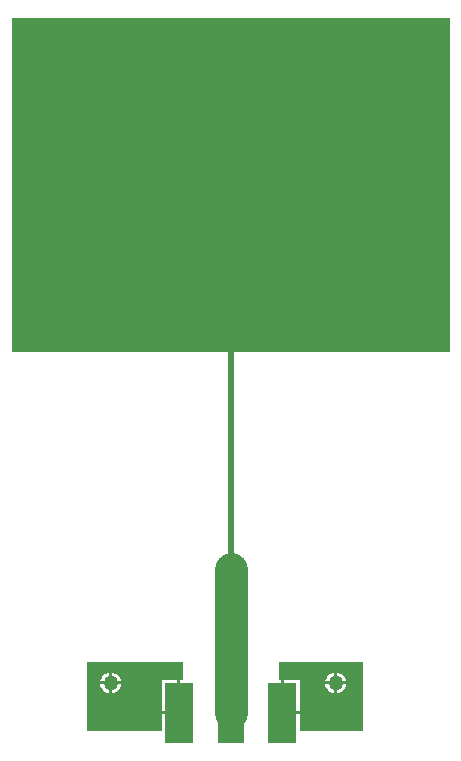
<source format=gtl>
G04*
G04 #@! TF.GenerationSoftware,Altium Limited,Altium Designer,18.1.9 (240)*
G04*
G04 Layer_Physical_Order=1*
G04 Layer_Color=255*
%FSLAX25Y25*%
%MOIN*%
G70*
G01*
G75*
%ADD12R,0.09500X0.20000*%
%ADD13R,0.09000X0.20000*%
%ADD14R,0.02362X0.67913*%
%ADD21C,0.11024*%
%ADD22R,1.46457X1.11220*%
%ADD23C,0.05000*%
G36*
X142000Y23992D02*
X141250D01*
Y12992D01*
X140750D01*
Y12492D01*
X135000D01*
Y7000D01*
X110000D01*
Y30000D01*
X142000D01*
Y23992D01*
D02*
G37*
G36*
X202000Y7000D02*
X181000D01*
Y12492D01*
X175250D01*
Y12992D01*
X174750D01*
Y23992D01*
X174000D01*
Y30000D01*
X202000D01*
Y7000D01*
D02*
G37*
G36*
X156500Y185750D02*
D01*
D02*
G37*
%LPC*%
G36*
X118500Y26464D02*
Y23500D01*
X121464D01*
X121410Y23914D01*
X121057Y24765D01*
X120496Y25496D01*
X119765Y26057D01*
X118914Y26410D01*
X118500Y26464D01*
D02*
G37*
G36*
X117500D02*
X117086Y26410D01*
X116235Y26057D01*
X115504Y25496D01*
X114943Y24765D01*
X114590Y23914D01*
X114536Y23500D01*
X117500D01*
Y26464D01*
D02*
G37*
G36*
X121464Y22500D02*
X118500D01*
Y19536D01*
X118914Y19590D01*
X119765Y19943D01*
X120496Y20504D01*
X121057Y21235D01*
X121410Y22086D01*
X121464Y22500D01*
D02*
G37*
G36*
X117500D02*
X114536D01*
X114590Y22086D01*
X114943Y21235D01*
X115504Y20504D01*
X116235Y19943D01*
X117086Y19590D01*
X117500Y19536D01*
Y22500D01*
D02*
G37*
G36*
X140250Y23992D02*
X135000D01*
Y13492D01*
X140250D01*
Y23992D01*
D02*
G37*
G36*
X193500Y26464D02*
Y23500D01*
X196464D01*
X196410Y23914D01*
X196057Y24765D01*
X195496Y25496D01*
X194765Y26057D01*
X193914Y26410D01*
X193500Y26464D01*
D02*
G37*
G36*
X192500D02*
X192086Y26410D01*
X191235Y26057D01*
X190504Y25496D01*
X189943Y24765D01*
X189590Y23914D01*
X189536Y23500D01*
X192500D01*
Y26464D01*
D02*
G37*
G36*
X196464Y22500D02*
X193500D01*
Y19536D01*
X193914Y19590D01*
X194765Y19943D01*
X195496Y20504D01*
X196057Y21235D01*
X196410Y22086D01*
X196464Y22500D01*
D02*
G37*
G36*
X192500D02*
X189536D01*
X189590Y22086D01*
X189943Y21235D01*
X190504Y20504D01*
X191235Y19943D01*
X192086Y19590D01*
X192500Y19536D01*
Y22500D01*
D02*
G37*
G36*
X181000Y23992D02*
X175750D01*
Y13492D01*
X181000D01*
Y23992D01*
D02*
G37*
%LPD*%
D12*
X140750Y12992D02*
D03*
X175250D02*
D03*
D13*
X158000D02*
D03*
D14*
Y99512D02*
D03*
D21*
Y12992D02*
Y61000D01*
D22*
Y189000D02*
D03*
D23*
X193000Y23000D02*
D03*
X118000D02*
D03*
M02*

</source>
